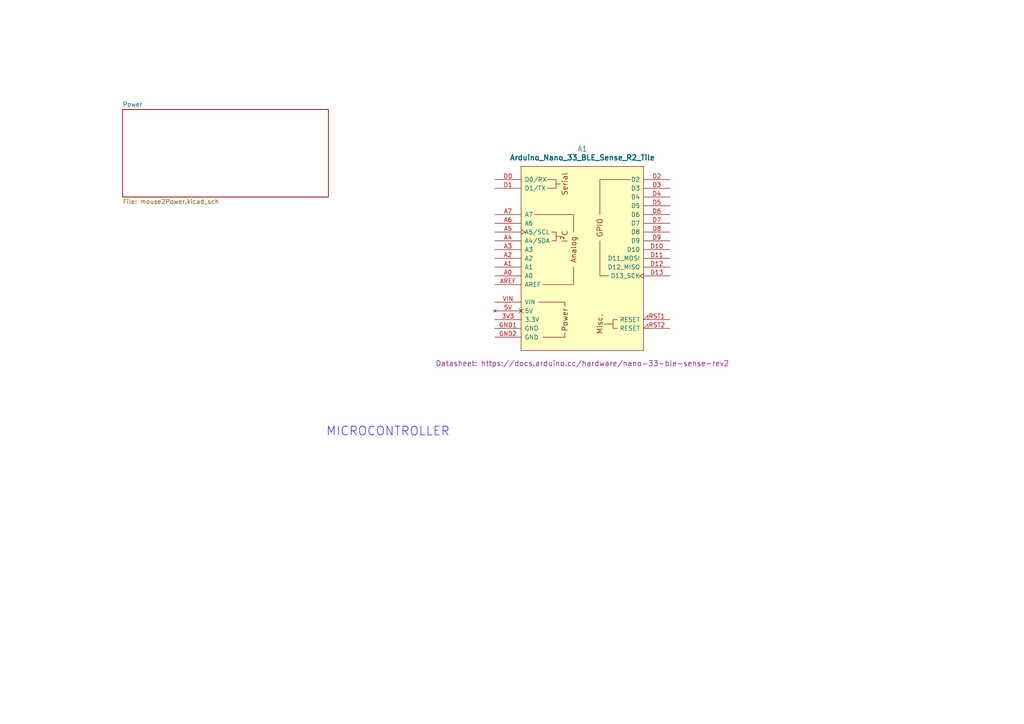
<source format=kicad_sch>
(kicad_sch (version 20250114) (generator "eeschema") (generator_version "9.0")
  (paper "A4")
  (lib_symbols
    (symbol "arduino-library:Arduino_Nano_33_BLE_Sense_R2_Tile" (pin_names (offset 1.016))
      (property "Reference" "A" (at 0 33.02 0))
      (property "Value" "Arduino_Nano_33_BLE_Sense_R2_Tile" (at 0 29.21 0))
      (symbol "Arduino_Nano_33_BLE_Sense_R2_Tile_0_0"
        (rectangle (start -17.78 26.67) (end 17.78 -26.67) (fill (type background)))
        (polyline (pts (xy -11.43 -22.86) (xy -5.08 -22.86) (xy -5.08 -21.59)))
        (polyline (pts (xy -10.16 22.86) (xy -7.62 22.86) (xy -7.62 20.32) (xy -10.16 20.32)))
        (polyline (pts (xy -8.89 7.62) (xy -7.62 7.62) (xy -7.62 5.08) (xy -8.89 5.08)))
        (polyline (pts (xy -7.62 21.59) (xy -6.35 21.59)))
        (polyline (pts (xy -7.62 6.35) (xy -6.35 6.35)))
        (polyline (pts (xy -5.08 -13.97) (xy -5.08 -12.7) (xy -12.7 -12.7)))
        (polyline (pts (xy 8.89 -19.05) (xy 6.35 -19.05)))
        (text "Serial" (at -5.08 21.59 900) (effects (font (size 1.524 1.524))))
        (text "I²C" (at -5.08 6.35 900) (effects (font (size 1.524 1.524))))
        (text "Power" (at -5.08 -17.78 900) (effects (font (size 1.524 1.524))))
        (text "Analog" (at -2.54 2.54 900) (effects (font (size 1.524 1.524))))
        (text "Misc." (at 5.08 -19.05 900) (effects (font (size 1.524 1.524))))
      )
      (symbol "Arduino_Nano_33_BLE_Sense_R2_Tile_0_1"
        (polyline (pts (xy -13.97 12.7) (xy -2.54 12.7) (xy -2.54 7.62)))
        (polyline (pts (xy -11.43 -7.62) (xy -2.54 -7.62) (xy -2.54 -2.54)))
        (polyline (pts (xy 7.62 -5.08) (xy 5.08 -5.08) (xy 5.08 5.08)))
        (polyline (pts (xy 10.16 -17.78) (xy 8.89 -17.78) (xy 8.89 -20.32) (xy 10.16 -20.32)))
        (polyline (pts (xy 13.97 22.86) (xy 5.08 22.86) (xy 5.08 12.7)))
      )
      (symbol "Arduino_Nano_33_BLE_Sense_R2_Tile_1_0"
        (text "GPIO" (at 5.08 8.89 900) (effects (font (size 1.524 1.524))))
      )
      (symbol "Arduino_Nano_33_BLE_Sense_R2_Tile_1_1"
        (pin bidirectional line (at -25.4 22.86 0) (length 7.62) (name "D0/RX") (number "D0"))
        (pin bidirectional line (at -25.4 20.32 0) (length 7.62) (name "D1/TX") (number "D1"))
        (pin input line (at -25.4 12.7 0) (length 7.62) (name "A7") (number "A7"))
        (pin input line (at -25.4 10.16 0) (length 7.62) (name "A6") (number "A6"))
        (pin bidirectional clock (at -25.4 7.62 0) (length 7.62) (name "A5/SCL") (number "A5"))
        (pin bidirectional line (at -25.4 5.08 0) (length 7.62) (name "A4/SDA") (number "A4"))
        (pin bidirectional line (at -25.4 2.54 0) (length 7.62) (name "A3") (number "A3"))
        (pin bidirectional line (at -25.4 0 0) (length 7.62) (name "A2") (number "A2"))
        (pin bidirectional line (at -25.4 -2.54 0) (length 7.62) (name "A1") (number "A1"))
        (pin bidirectional line (at -25.4 -5.08 0) (length 7.62) (name "A0") (number "A0"))
        (pin input line (at -25.4 -7.62 0) (length 7.62) (name "AREF") (number "AREF"))
        (pin power_in line (at -25.4 -12.7 0) (length 7.62) (name "VIN") (number "VIN"))
        (pin no_connect non_logic (at -25.4 -15.24 0) (length 7.62) (name "5V") (number "5V"))
        (pin power_in line (at -25.4 -17.78 0) (length 7.62) (name "3.3V") (number "3V3"))
        (pin power_in line (at -25.4 -20.32 0) (length 7.62) (name "GND") (number "GND1"))
        (pin power_in line (at -25.4 -22.86 0) (length 7.62) (name "GND") (number "GND2"))
        (pin bidirectional line (at 25.4 22.86 180) (length 7.62) (name "D2") (number "D2"))
        (pin bidirectional line (at 25.4 20.32 180) (length 7.62) (name "D3") (number "D3"))
        (pin bidirectional line (at 25.4 17.78 180) (length 7.62) (name "D4") (number "D4"))
        (pin bidirectional line (at 25.4 15.24 180) (length 7.62) (name "D5") (number "D5"))
        (pin bidirectional line (at 25.4 12.7 180) (length 7.62) (name "D6") (number "D6"))
        (pin bidirectional line (at 25.4 10.16 180) (length 7.62) (name "D7") (number "D7"))
        (pin bidirectional line (at 25.4 7.62 180) (length 7.62) (name "D8") (number "D8"))
        (pin bidirectional line (at 25.4 5.08 180) (length 7.62) (name "D9") (number "D9"))
        (pin bidirectional line (at 25.4 2.54 180) (length 7.62) (name "D10") (number "D10"))
        (pin bidirectional line (at 25.4 0 180) (length 7.62) (name "D11_MOSI") (number "D11"))
        (pin bidirectional line (at 25.4 -2.54 180) (length 7.62) (name "D12_MISO") (number "D12"))
        (pin bidirectional clock (at 25.4 -5.08 180) (length 7.62) (name "D13_SCK") (number "D13"))
        (pin open_collector input_low (at 25.4 -17.78 180) (length 7.62) (name "RESET") (number "RST1"))
        (pin open_collector input_low (at 25.4 -20.32 180) (length 7.62) (name "RESET") (number "RST2"))
      )
    )
  )
  (text "MICROCONTROLLER" (at 112.522 125.222 0) (effects (font (size 2.54 2.54))))
  (symbol (lib_id "arduino-library:Arduino_Nano_33_BLE_Sense_R2_Tile") (at 168.91 74.93 0) (unit 1)
    (property "Reference" "A1" (at 168.91 43.18 0) (effects (font (size 1.524 1.524))))
    (property "Value" "Arduino_Nano_33_BLE_Sense_R2_Tile" (at 168.91 45.72 0) (effects (font (size 1.524 1.524) (thickness 0.3048) (bold yes))))
    (property "Footprint" "PCM_arduino-library:Arduino_Nano_Every_Tile" (effects (hide yes)))
    (property "Datasheet" "https://docs.arduino.cc/hardware/nano-33-ble-sense-rev2" (at 168.91 105.41 0) (show_name yes) (effects (font (size 1.524 1.524))))
    (property "Description" "Tile (SMD Pads) for Arduino Nano 33 BLE Sense R2" (effects (hide yes)))
  )
  (sheet (at 35.56 31.75) (size 59.69 25.4) (stroke (width 0.1524))
    (property "Sheetname" "Power" (at 35.56 31.0384 0) (effects (justify left bottom)))
    (property "Sheetfile" "mouse2Power.kicad_sch" (at 35.56 57.7346 0) (effects (justify left top)))
  )
)
</source>
